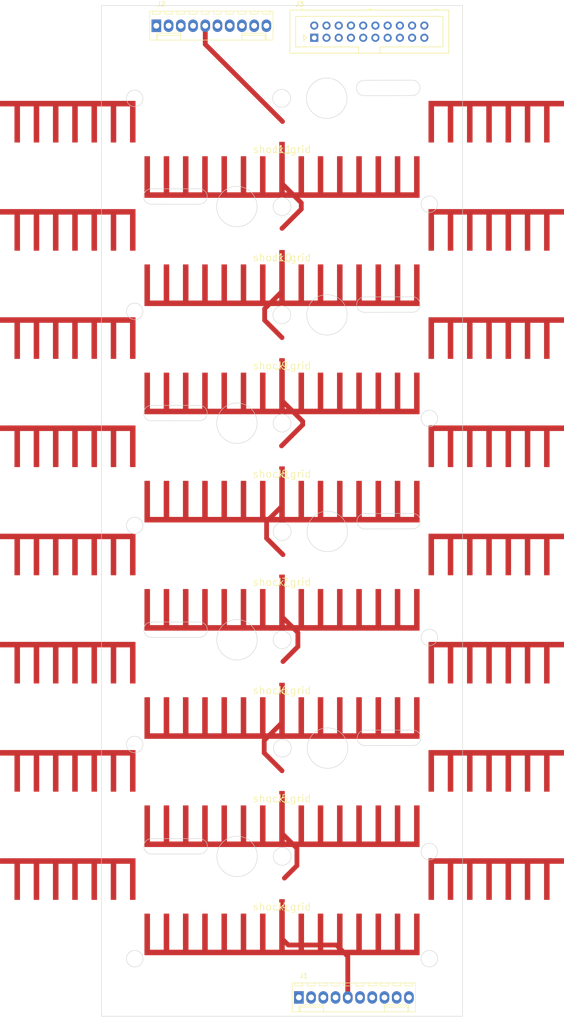
<source format=kicad_pcb>
(kicad_pcb (version 20170922) (host pcbnew no-vcs-found-6300041~61~ubuntu16.04.1)

  (general
    (thickness 1.6)
    (drawings 62)
    (tracks 35)
    (zones 0)
    (modules 11)
    (nets 23)
  )

  (page A4)
  (layers
    (0 F.Cu signal)
    (31 B.Cu signal)
    (32 B.Adhes user)
    (33 F.Adhes user)
    (34 B.Paste user)
    (35 F.Paste user)
    (36 B.SilkS user)
    (37 F.SilkS user)
    (38 B.Mask user)
    (39 F.Mask user)
    (40 Dwgs.User user)
    (41 Cmts.User user)
    (42 Eco1.User user)
    (43 Eco2.User user)
    (44 Edge.Cuts user)
    (45 Margin user)
    (46 B.CrtYd user)
    (47 F.CrtYd user)
    (48 B.Fab user)
    (49 F.Fab user)
  )

  (setup
    (last_trace_width 0.25)
    (user_trace_width 0.25)
    (user_trace_width 0.5)
    (user_trace_width 0.75)
    (user_trace_width 1)
    (trace_clearance 0.2)
    (zone_clearance 0.508)
    (zone_45_only no)
    (trace_min 0.2)
    (segment_width 0.2)
    (edge_width 0.15)
    (via_size 0.8)
    (via_drill 0.4)
    (via_min_size 0.4)
    (via_min_drill 0.3)
    (uvia_size 0.3)
    (uvia_drill 0.1)
    (uvias_allowed no)
    (uvia_min_size 0.2)
    (uvia_min_drill 0.1)
    (pcb_text_width 0.3)
    (pcb_text_size 1.5 1.5)
    (mod_edge_width 0.15)
    (mod_text_size 1 1)
    (mod_text_width 0.15)
    (pad_size 1.524 1.524)
    (pad_drill 0.762)
    (pad_to_mask_clearance 0.2)
    (aux_axis_origin 0 0)
    (visible_elements FFFFFF7F)
    (pcbplotparams
      (layerselection 0x00030_ffffffff)
      (usegerberextensions false)
      (usegerberattributes true)
      (usegerberadvancedattributes true)
      (creategerberjobfile true)
      (excludeedgelayer true)
      (linewidth 0.100000)
      (plotframeref false)
      (viasonmask false)
      (mode 1)
      (useauxorigin false)
      (hpglpennumber 1)
      (hpglpenspeed 20)
      (hpglpendiameter 15)
      (psnegative false)
      (psa4output false)
      (plotreference true)
      (plotvalue true)
      (plotinvisibletext false)
      (padsonsilk false)
      (subtractmaskfromsilk false)
      (outputformat 1)
      (mirror false)
      (drillshape 1)
      (scaleselection 1)
      (outputdirectory ""))
  )

  (net 0 "")
  (net 1 "Net-(J1-Pad10)")
  (net 2 "Net-(J1-Pad9)")
  (net 3 "Net-(J1-Pad8)")
  (net 4 "Net-(J1-Pad7)")
  (net 5 "Net-(J1-Pad6)")
  (net 6 "Net-(J1-Pad5)")
  (net 7 "Net-(J1-Pad4)")
  (net 8 "Net-(J1-Pad3)")
  (net 9 "Net-(J1-Pad2)")
  (net 10 "Net-(J1-Pad1)")
  (net 11 "Net-(J2-Pad1)")
  (net 12 "Net-(J2-Pad2)")
  (net 13 "Net-(J10-Pad1)")
  (net 14 "Net-(J11-Pad1)")
  (net 15 "Net-(J2-Pad6)")
  (net 16 "Net-(J2-Pad7)")
  (net 17 "Net-(J10-Pad2)")
  (net 18 "Net-(J11-Pad2)")
  (net 19 "Net-(J2-Pad10)")
  (net 20 "Net-(J3-Pad20)")
  (net 21 "Net-(J3-Pad11)")
  (net 22 "Net-(J3-Pad10)")

  (net_class Default "This is the default net class."
    (clearance 0.2)
    (trace_width 0.25)
    (via_dia 0.8)
    (via_drill 0.4)
    (uvia_dia 0.3)
    (uvia_drill 0.1)
    (add_net "Net-(J1-Pad1)")
    (add_net "Net-(J1-Pad10)")
    (add_net "Net-(J1-Pad2)")
    (add_net "Net-(J1-Pad3)")
    (add_net "Net-(J1-Pad4)")
    (add_net "Net-(J1-Pad5)")
    (add_net "Net-(J1-Pad6)")
    (add_net "Net-(J1-Pad7)")
    (add_net "Net-(J1-Pad8)")
    (add_net "Net-(J1-Pad9)")
    (add_net "Net-(J10-Pad1)")
    (add_net "Net-(J10-Pad2)")
    (add_net "Net-(J11-Pad1)")
    (add_net "Net-(J11-Pad2)")
    (add_net "Net-(J2-Pad1)")
    (add_net "Net-(J2-Pad10)")
    (add_net "Net-(J2-Pad2)")
    (add_net "Net-(J2-Pad6)")
    (add_net "Net-(J2-Pad7)")
    (add_net "Net-(J3-Pad10)")
    (add_net "Net-(J3-Pad11)")
    (add_net "Net-(J3-Pad20)")
  )

  (module Connectors_Molex:Molex_KK-6410-10_10x2.54mm_Straight (layer F.Cu) (tedit 58EE6EF2) (tstamp 59F87EFC)
    (at 128.5 212.6)
    (descr "Connector Headers with Friction Lock, 22-27-2101, http://www.molex.com/pdm_docs/sd/022272021_sd.pdf")
    (tags "connector molex kk_6410 22-27-2101")
    (path /59F76D5B)
    (fp_text reference J1 (at 1 -4.5) (layer F.SilkS)
      (effects (font (size 1 1) (thickness 0.15)))
    )
    (fp_text value Conn_01x10_Male (at 11.43 4.5) (layer F.Fab)
      (effects (font (size 1 1) (thickness 0.15)))
    )
    (fp_line (start -1.47 -3.12) (end -1.47 3.08) (layer F.Fab) (width 0.12))
    (fp_line (start -1.47 3.08) (end 24.33 3.08) (layer F.Fab) (width 0.12))
    (fp_line (start 24.33 3.08) (end 24.33 -3.12) (layer F.Fab) (width 0.12))
    (fp_line (start 24.33 -3.12) (end -1.47 -3.12) (layer F.Fab) (width 0.12))
    (fp_line (start -1.37 -3.02) (end -1.37 2.98) (layer F.SilkS) (width 0.12))
    (fp_line (start -1.37 2.98) (end 24.23 2.98) (layer F.SilkS) (width 0.12))
    (fp_line (start 24.23 2.98) (end 24.23 -3.02) (layer F.SilkS) (width 0.12))
    (fp_line (start 24.23 -3.02) (end -1.37 -3.02) (layer F.SilkS) (width 0.12))
    (fp_line (start 0 2.98) (end 0 1.98) (layer F.SilkS) (width 0.12))
    (fp_line (start 0 1.98) (end 5.08 1.98) (layer F.SilkS) (width 0.12))
    (fp_line (start 5.08 1.98) (end 5.08 2.98) (layer F.SilkS) (width 0.12))
    (fp_line (start 0 1.98) (end 0.25 1.55) (layer F.SilkS) (width 0.12))
    (fp_line (start 0.25 1.55) (end 5.08 1.55) (layer F.SilkS) (width 0.12))
    (fp_line (start 5.08 1.55) (end 5.08 1.98) (layer F.SilkS) (width 0.12))
    (fp_line (start 0.25 2.98) (end 0.25 1.98) (layer F.SilkS) (width 0.12))
    (fp_line (start 22.86 2.98) (end 22.86 1.98) (layer F.SilkS) (width 0.12))
    (fp_line (start 22.86 1.98) (end 17.78 1.98) (layer F.SilkS) (width 0.12))
    (fp_line (start 17.78 1.98) (end 17.78 2.98) (layer F.SilkS) (width 0.12))
    (fp_line (start 22.86 1.98) (end 22.61 1.55) (layer F.SilkS) (width 0.12))
    (fp_line (start 22.61 1.55) (end 17.78 1.55) (layer F.SilkS) (width 0.12))
    (fp_line (start 17.78 1.55) (end 17.78 1.98) (layer F.SilkS) (width 0.12))
    (fp_line (start 22.61 2.98) (end 22.61 1.98) (layer F.SilkS) (width 0.12))
    (fp_line (start -0.8 -3.02) (end -0.8 -2.4) (layer F.SilkS) (width 0.12))
    (fp_line (start -0.8 -2.4) (end 0.8 -2.4) (layer F.SilkS) (width 0.12))
    (fp_line (start 0.8 -2.4) (end 0.8 -3.02) (layer F.SilkS) (width 0.12))
    (fp_line (start 1.74 -3.02) (end 1.74 -2.4) (layer F.SilkS) (width 0.12))
    (fp_line (start 1.74 -2.4) (end 3.34 -2.4) (layer F.SilkS) (width 0.12))
    (fp_line (start 3.34 -2.4) (end 3.34 -3.02) (layer F.SilkS) (width 0.12))
    (fp_line (start 4.28 -3.02) (end 4.28 -2.4) (layer F.SilkS) (width 0.12))
    (fp_line (start 4.28 -2.4) (end 5.88 -2.4) (layer F.SilkS) (width 0.12))
    (fp_line (start 5.88 -2.4) (end 5.88 -3.02) (layer F.SilkS) (width 0.12))
    (fp_line (start 6.82 -3.02) (end 6.82 -2.4) (layer F.SilkS) (width 0.12))
    (fp_line (start 6.82 -2.4) (end 8.42 -2.4) (layer F.SilkS) (width 0.12))
    (fp_line (start 8.42 -2.4) (end 8.42 -3.02) (layer F.SilkS) (width 0.12))
    (fp_line (start 9.36 -3.02) (end 9.36 -2.4) (layer F.SilkS) (width 0.12))
    (fp_line (start 9.36 -2.4) (end 10.96 -2.4) (layer F.SilkS) (width 0.12))
    (fp_line (start 10.96 -2.4) (end 10.96 -3.02) (layer F.SilkS) (width 0.12))
    (fp_line (start 11.9 -3.02) (end 11.9 -2.4) (layer F.SilkS) (width 0.12))
    (fp_line (start 11.9 -2.4) (end 13.5 -2.4) (layer F.SilkS) (width 0.12))
    (fp_line (start 13.5 -2.4) (end 13.5 -3.02) (layer F.SilkS) (width 0.12))
    (fp_line (start 14.44 -3.02) (end 14.44 -2.4) (layer F.SilkS) (width 0.12))
    (fp_line (start 14.44 -2.4) (end 16.04 -2.4) (layer F.SilkS) (width 0.12))
    (fp_line (start 16.04 -2.4) (end 16.04 -3.02) (layer F.SilkS) (width 0.12))
    (fp_line (start 16.98 -3.02) (end 16.98 -2.4) (layer F.SilkS) (width 0.12))
    (fp_line (start 16.98 -2.4) (end 18.58 -2.4) (layer F.SilkS) (width 0.12))
    (fp_line (start 18.58 -2.4) (end 18.58 -3.02) (layer F.SilkS) (width 0.12))
    (fp_line (start 19.52 -3.02) (end 19.52 -2.4) (layer F.SilkS) (width 0.12))
    (fp_line (start 19.52 -2.4) (end 21.12 -2.4) (layer F.SilkS) (width 0.12))
    (fp_line (start 21.12 -2.4) (end 21.12 -3.02) (layer F.SilkS) (width 0.12))
    (fp_line (start 22.06 -3.02) (end 22.06 -2.4) (layer F.SilkS) (width 0.12))
    (fp_line (start 22.06 -2.4) (end 23.66 -2.4) (layer F.SilkS) (width 0.12))
    (fp_line (start 23.66 -2.4) (end 23.66 -3.02) (layer F.SilkS) (width 0.12))
    (fp_line (start -1.9 3.5) (end -1.9 -3.55) (layer F.CrtYd) (width 0.05))
    (fp_line (start -1.9 -3.55) (end 24.75 -3.55) (layer F.CrtYd) (width 0.05))
    (fp_line (start 24.75 -3.55) (end 24.75 3.5) (layer F.CrtYd) (width 0.05))
    (fp_line (start 24.75 3.5) (end -1.9 3.5) (layer F.CrtYd) (width 0.05))
    (fp_text user %R (at 11.43 0) (layer F.Fab)
      (effects (font (size 1 1) (thickness 0.15)))
    )
    (pad 1 thru_hole rect (at 0 0) (size 2 2.6) (drill 1.2) (layers *.Cu *.Mask)
      (net 10 "Net-(J1-Pad1)"))
    (pad 2 thru_hole oval (at 2.54 0) (size 2 2.6) (drill 1.2) (layers *.Cu *.Mask)
      (net 9 "Net-(J1-Pad2)"))
    (pad 3 thru_hole oval (at 5.08 0) (size 2 2.6) (drill 1.2) (layers *.Cu *.Mask)
      (net 8 "Net-(J1-Pad3)"))
    (pad 4 thru_hole oval (at 7.62 0) (size 2 2.6) (drill 1.2) (layers *.Cu *.Mask)
      (net 7 "Net-(J1-Pad4)"))
    (pad 5 thru_hole oval (at 10.16 0) (size 2 2.6) (drill 1.2) (layers *.Cu *.Mask)
      (net 6 "Net-(J1-Pad5)"))
    (pad 6 thru_hole oval (at 12.7 0) (size 2 2.6) (drill 1.2) (layers *.Cu *.Mask)
      (net 5 "Net-(J1-Pad6)"))
    (pad 7 thru_hole oval (at 15.24 0) (size 2 2.6) (drill 1.2) (layers *.Cu *.Mask)
      (net 4 "Net-(J1-Pad7)"))
    (pad 8 thru_hole oval (at 17.78 0) (size 2 2.6) (drill 1.2) (layers *.Cu *.Mask)
      (net 3 "Net-(J1-Pad8)"))
    (pad 9 thru_hole oval (at 20.32 0) (size 2 2.6) (drill 1.2) (layers *.Cu *.Mask)
      (net 2 "Net-(J1-Pad9)"))
    (pad 10 thru_hole oval (at 22.86 0) (size 2 2.6) (drill 1.2) (layers *.Cu *.Mask)
      (net 1 "Net-(J1-Pad10)"))
    (model ${KISYS3DMOD}/Connectors_Molex.3dshapes/Molex_KK-6410-10_10x2.54mm_Straight.wrl
      (at (xyz 0 0 0))
      (scale (xyz 1 1 1))
      (rotate (xyz 0 0 0))
    )
  )

  (module Connectors_Molex:Molex_KK-6410-10_10x2.54mm_Straight (layer F.Cu) (tedit 58EE6EF2) (tstamp 59F87F43)
    (at 98.9 10.7)
    (descr "Connector Headers with Friction Lock, 22-27-2101, http://www.molex.com/pdm_docs/sd/022272021_sd.pdf")
    (tags "connector molex kk_6410 22-27-2101")
    (path /59F76DF3)
    (fp_text reference J2 (at 1 -4.5) (layer F.SilkS)
      (effects (font (size 1 1) (thickness 0.15)))
    )
    (fp_text value Conn_01x10_Male (at 11.43 4.5) (layer F.Fab)
      (effects (font (size 1 1) (thickness 0.15)))
    )
    (fp_text user %R (at 11.43 0) (layer F.Fab)
      (effects (font (size 1 1) (thickness 0.15)))
    )
    (fp_line (start 24.75 3.5) (end -1.9 3.5) (layer F.CrtYd) (width 0.05))
    (fp_line (start 24.75 -3.55) (end 24.75 3.5) (layer F.CrtYd) (width 0.05))
    (fp_line (start -1.9 -3.55) (end 24.75 -3.55) (layer F.CrtYd) (width 0.05))
    (fp_line (start -1.9 3.5) (end -1.9 -3.55) (layer F.CrtYd) (width 0.05))
    (fp_line (start 23.66 -2.4) (end 23.66 -3.02) (layer F.SilkS) (width 0.12))
    (fp_line (start 22.06 -2.4) (end 23.66 -2.4) (layer F.SilkS) (width 0.12))
    (fp_line (start 22.06 -3.02) (end 22.06 -2.4) (layer F.SilkS) (width 0.12))
    (fp_line (start 21.12 -2.4) (end 21.12 -3.02) (layer F.SilkS) (width 0.12))
    (fp_line (start 19.52 -2.4) (end 21.12 -2.4) (layer F.SilkS) (width 0.12))
    (fp_line (start 19.52 -3.02) (end 19.52 -2.4) (layer F.SilkS) (width 0.12))
    (fp_line (start 18.58 -2.4) (end 18.58 -3.02) (layer F.SilkS) (width 0.12))
    (fp_line (start 16.98 -2.4) (end 18.58 -2.4) (layer F.SilkS) (width 0.12))
    (fp_line (start 16.98 -3.02) (end 16.98 -2.4) (layer F.SilkS) (width 0.12))
    (fp_line (start 16.04 -2.4) (end 16.04 -3.02) (layer F.SilkS) (width 0.12))
    (fp_line (start 14.44 -2.4) (end 16.04 -2.4) (layer F.SilkS) (width 0.12))
    (fp_line (start 14.44 -3.02) (end 14.44 -2.4) (layer F.SilkS) (width 0.12))
    (fp_line (start 13.5 -2.4) (end 13.5 -3.02) (layer F.SilkS) (width 0.12))
    (fp_line (start 11.9 -2.4) (end 13.5 -2.4) (layer F.SilkS) (width 0.12))
    (fp_line (start 11.9 -3.02) (end 11.9 -2.4) (layer F.SilkS) (width 0.12))
    (fp_line (start 10.96 -2.4) (end 10.96 -3.02) (layer F.SilkS) (width 0.12))
    (fp_line (start 9.36 -2.4) (end 10.96 -2.4) (layer F.SilkS) (width 0.12))
    (fp_line (start 9.36 -3.02) (end 9.36 -2.4) (layer F.SilkS) (width 0.12))
    (fp_line (start 8.42 -2.4) (end 8.42 -3.02) (layer F.SilkS) (width 0.12))
    (fp_line (start 6.82 -2.4) (end 8.42 -2.4) (layer F.SilkS) (width 0.12))
    (fp_line (start 6.82 -3.02) (end 6.82 -2.4) (layer F.SilkS) (width 0.12))
    (fp_line (start 5.88 -2.4) (end 5.88 -3.02) (layer F.SilkS) (width 0.12))
    (fp_line (start 4.28 -2.4) (end 5.88 -2.4) (layer F.SilkS) (width 0.12))
    (fp_line (start 4.28 -3.02) (end 4.28 -2.4) (layer F.SilkS) (width 0.12))
    (fp_line (start 3.34 -2.4) (end 3.34 -3.02) (layer F.SilkS) (width 0.12))
    (fp_line (start 1.74 -2.4) (end 3.34 -2.4) (layer F.SilkS) (width 0.12))
    (fp_line (start 1.74 -3.02) (end 1.74 -2.4) (layer F.SilkS) (width 0.12))
    (fp_line (start 0.8 -2.4) (end 0.8 -3.02) (layer F.SilkS) (width 0.12))
    (fp_line (start -0.8 -2.4) (end 0.8 -2.4) (layer F.SilkS) (width 0.12))
    (fp_line (start -0.8 -3.02) (end -0.8 -2.4) (layer F.SilkS) (width 0.12))
    (fp_line (start 22.61 2.98) (end 22.61 1.98) (layer F.SilkS) (width 0.12))
    (fp_line (start 17.78 1.55) (end 17.78 1.98) (layer F.SilkS) (width 0.12))
    (fp_line (start 22.61 1.55) (end 17.78 1.55) (layer F.SilkS) (width 0.12))
    (fp_line (start 22.86 1.98) (end 22.61 1.55) (layer F.SilkS) (width 0.12))
    (fp_line (start 17.78 1.98) (end 17.78 2.98) (layer F.SilkS) (width 0.12))
    (fp_line (start 22.86 1.98) (end 17.78 1.98) (layer F.SilkS) (width 0.12))
    (fp_line (start 22.86 2.98) (end 22.86 1.98) (layer F.SilkS) (width 0.12))
    (fp_line (start 0.25 2.98) (end 0.25 1.98) (layer F.SilkS) (width 0.12))
    (fp_line (start 5.08 1.55) (end 5.08 1.98) (layer F.SilkS) (width 0.12))
    (fp_line (start 0.25 1.55) (end 5.08 1.55) (layer F.SilkS) (width 0.12))
    (fp_line (start 0 1.98) (end 0.25 1.55) (layer F.SilkS) (width 0.12))
    (fp_line (start 5.08 1.98) (end 5.08 2.98) (layer F.SilkS) (width 0.12))
    (fp_line (start 0 1.98) (end 5.08 1.98) (layer F.SilkS) (width 0.12))
    (fp_line (start 0 2.98) (end 0 1.98) (layer F.SilkS) (width 0.12))
    (fp_line (start 24.23 -3.02) (end -1.37 -3.02) (layer F.SilkS) (width 0.12))
    (fp_line (start 24.23 2.98) (end 24.23 -3.02) (layer F.SilkS) (width 0.12))
    (fp_line (start -1.37 2.98) (end 24.23 2.98) (layer F.SilkS) (width 0.12))
    (fp_line (start -1.37 -3.02) (end -1.37 2.98) (layer F.SilkS) (width 0.12))
    (fp_line (start 24.33 -3.12) (end -1.47 -3.12) (layer F.Fab) (width 0.12))
    (fp_line (start 24.33 3.08) (end 24.33 -3.12) (layer F.Fab) (width 0.12))
    (fp_line (start -1.47 3.08) (end 24.33 3.08) (layer F.Fab) (width 0.12))
    (fp_line (start -1.47 -3.12) (end -1.47 3.08) (layer F.Fab) (width 0.12))
    (pad 10 thru_hole oval (at 22.86 0) (size 2 2.6) (drill 1.2) (layers *.Cu *.Mask)
      (net 19 "Net-(J2-Pad10)"))
    (pad 9 thru_hole oval (at 20.32 0) (size 2 2.6) (drill 1.2) (layers *.Cu *.Mask)
      (net 14 "Net-(J11-Pad1)"))
    (pad 8 thru_hole oval (at 17.78 0) (size 2 2.6) (drill 1.2) (layers *.Cu *.Mask)
      (net 13 "Net-(J10-Pad1)"))
    (pad 7 thru_hole oval (at 15.24 0) (size 2 2.6) (drill 1.2) (layers *.Cu *.Mask)
      (net 16 "Net-(J2-Pad7)"))
    (pad 6 thru_hole oval (at 12.7 0) (size 2 2.6) (drill 1.2) (layers *.Cu *.Mask)
      (net 15 "Net-(J2-Pad6)"))
    (pad 5 thru_hole oval (at 10.16 0) (size 2 2.6) (drill 1.2) (layers *.Cu *.Mask)
      (net 6 "Net-(J1-Pad5)"))
    (pad 4 thru_hole oval (at 7.62 0) (size 2 2.6) (drill 1.2) (layers *.Cu *.Mask)
      (net 18 "Net-(J11-Pad2)"))
    (pad 3 thru_hole oval (at 5.08 0) (size 2 2.6) (drill 1.2) (layers *.Cu *.Mask)
      (net 17 "Net-(J10-Pad2)"))
    (pad 2 thru_hole oval (at 2.54 0) (size 2 2.6) (drill 1.2) (layers *.Cu *.Mask)
      (net 12 "Net-(J2-Pad2)"))
    (pad 1 thru_hole rect (at 0 0) (size 2 2.6) (drill 1.2) (layers *.Cu *.Mask)
      (net 11 "Net-(J2-Pad1)"))
    (model ${KISYS3DMOD}/Connectors_Molex.3dshapes/Molex_KK-6410-10_10x2.54mm_Straight.wrl
      (at (xyz 0 0 0))
      (scale (xyz 1 1 1))
      (rotate (xyz 0 0 0))
    )
  )

  (module Connectors_Multicomp:Multicomp_MC9A12-2034_2x10x2.54mm_Straight (layer F.Cu) (tedit 56C61E6B) (tstamp 59F87F79)
    (at 131.7 13.2)
    (descr http://www.farnell.com/datasheets/1520732.pdf)
    (tags "connector multicomp MC9A MC9A12")
    (path /59F76C47)
    (fp_text reference J3 (at -3 -7) (layer F.SilkS)
      (effects (font (size 1 1) (thickness 0.15)))
    )
    (fp_text value Conn_02x10_Top_Bottom (at 11.43 5) (layer F.Fab)
      (effects (font (size 1 1) (thickness 0.15)))
    )
    (fp_line (start -5.07 3.2) (end -5.07 -5.74) (layer F.SilkS) (width 0.15))
    (fp_line (start -5.07 -5.74) (end 27.93 -5.74) (layer F.SilkS) (width 0.15))
    (fp_line (start 27.93 -5.74) (end 27.93 3.2) (layer F.SilkS) (width 0.15))
    (fp_line (start 27.93 3.2) (end -5.07 3.2) (layer F.SilkS) (width 0.15))
    (fp_line (start 9.205 3.2) (end 9.205 1.9) (layer F.SilkS) (width 0.15))
    (fp_line (start 9.205 1.9) (end -3.87 1.9) (layer F.SilkS) (width 0.15))
    (fp_line (start -3.87 1.9) (end -3.87 -4.44) (layer F.SilkS) (width 0.15))
    (fp_line (start -3.87 -4.44) (end 26.73 -4.44) (layer F.SilkS) (width 0.15))
    (fp_line (start 26.73 -4.44) (end 26.73 1.9) (layer F.SilkS) (width 0.15))
    (fp_line (start 26.73 1.9) (end 13.655 1.9) (layer F.SilkS) (width 0.15))
    (fp_line (start 13.655 1.9) (end 13.655 3.2) (layer F.SilkS) (width 0.15))
    (fp_line (start 11.18 -5.74) (end 11.18 -5.94) (layer F.SilkS) (width 0.15))
    (fp_line (start 11.18 -5.94) (end 11.68 -5.94) (layer F.SilkS) (width 0.15))
    (fp_line (start 11.68 -5.94) (end 11.68 -5.74) (layer F.SilkS) (width 0.15))
    (fp_line (start 11.18 -5.84) (end 11.68 -5.84) (layer F.SilkS) (width 0.15))
    (fp_line (start 25.01 -5.74) (end 25.01 -5.94) (layer F.SilkS) (width 0.15))
    (fp_line (start 25.01 -5.94) (end 25.51 -5.94) (layer F.SilkS) (width 0.15))
    (fp_line (start 25.51 -5.94) (end 25.51 -5.74) (layer F.SilkS) (width 0.15))
    (fp_line (start 25.01 -5.84) (end 25.51 -5.84) (layer F.SilkS) (width 0.15))
    (fp_line (start -2.65 -5.74) (end -2.65 -5.94) (layer F.SilkS) (width 0.15))
    (fp_line (start -2.65 -5.94) (end -2.15 -5.94) (layer F.SilkS) (width 0.15))
    (fp_line (start -2.15 -5.94) (end -2.15 -5.74) (layer F.SilkS) (width 0.15))
    (fp_line (start -2.65 -5.84) (end -2.15 -5.84) (layer F.SilkS) (width 0.15))
    (fp_line (start -2.2 0.6) (end -2.2 -0.6) (layer F.SilkS) (width 0.15))
    (fp_line (start -2.2 -0.6) (end -1.6 0) (layer F.SilkS) (width 0.15))
    (fp_line (start -1.6 0) (end -2.2 0.6) (layer F.SilkS) (width 0.15))
    (fp_line (start -5.55 3.7) (end -5.55 -6.25) (layer F.CrtYd) (width 0.05))
    (fp_line (start -5.55 -6.25) (end 28.45 -6.25) (layer F.CrtYd) (width 0.05))
    (fp_line (start 28.45 -6.25) (end 28.45 3.7) (layer F.CrtYd) (width 0.05))
    (fp_line (start 28.45 3.7) (end -5.55 3.7) (layer F.CrtYd) (width 0.05))
    (pad 1 thru_hole rect (at 0 0) (size 1.7 1.7) (drill 1) (layers *.Cu *.Mask)
      (net 6 "Net-(J1-Pad5)"))
    (pad 2 thru_hole circle (at 0 -2.54) (size 1.7 1.7) (drill 1) (layers *.Cu *.Mask)
      (net 5 "Net-(J1-Pad6)"))
    (pad 3 thru_hole circle (at 2.54 0) (size 1.7 1.7) (drill 1) (layers *.Cu *.Mask)
      (net 4 "Net-(J1-Pad7)"))
    (pad 4 thru_hole circle (at 2.54 -2.54) (size 1.7 1.7) (drill 1) (layers *.Cu *.Mask)
      (net 3 "Net-(J1-Pad8)"))
    (pad 5 thru_hole circle (at 5.08 0) (size 1.7 1.7) (drill 1) (layers *.Cu *.Mask)
      (net 2 "Net-(J1-Pad9)"))
    (pad 6 thru_hole circle (at 5.08 -2.54) (size 1.7 1.7) (drill 1) (layers *.Cu *.Mask)
      (net 15 "Net-(J2-Pad6)"))
    (pad 7 thru_hole circle (at 7.62 0) (size 1.7 1.7) (drill 1) (layers *.Cu *.Mask)
      (net 16 "Net-(J2-Pad7)"))
    (pad 8 thru_hole circle (at 7.62 -2.54) (size 1.7 1.7) (drill 1) (layers *.Cu *.Mask)
      (net 13 "Net-(J10-Pad1)"))
    (pad 9 thru_hole circle (at 10.16 0) (size 1.7 1.7) (drill 1) (layers *.Cu *.Mask)
      (net 14 "Net-(J11-Pad1)"))
    (pad 10 thru_hole circle (at 10.16 -2.54) (size 1.7 1.7) (drill 1) (layers *.Cu *.Mask)
      (net 22 "Net-(J3-Pad10)"))
    (pad 11 thru_hole circle (at 12.7 0) (size 1.7 1.7) (drill 1) (layers *.Cu *.Mask)
      (net 21 "Net-(J3-Pad11)"))
    (pad 12 thru_hole circle (at 12.7 -2.54) (size 1.7 1.7) (drill 1) (layers *.Cu *.Mask)
      (net 10 "Net-(J1-Pad1)"))
    (pad 13 thru_hole circle (at 15.24 0) (size 1.7 1.7) (drill 1) (layers *.Cu *.Mask)
      (net 9 "Net-(J1-Pad2)"))
    (pad 14 thru_hole circle (at 15.24 -2.54) (size 1.7 1.7) (drill 1) (layers *.Cu *.Mask)
      (net 8 "Net-(J1-Pad3)"))
    (pad 15 thru_hole circle (at 17.78 0) (size 1.7 1.7) (drill 1) (layers *.Cu *.Mask)
      (net 7 "Net-(J1-Pad4)"))
    (pad 16 thru_hole circle (at 17.78 -2.54) (size 1.7 1.7) (drill 1) (layers *.Cu *.Mask)
      (net 11 "Net-(J2-Pad1)"))
    (pad 17 thru_hole circle (at 20.32 0) (size 1.7 1.7) (drill 1) (layers *.Cu *.Mask)
      (net 12 "Net-(J2-Pad2)"))
    (pad 18 thru_hole circle (at 20.32 -2.54) (size 1.7 1.7) (drill 1) (layers *.Cu *.Mask)
      (net 17 "Net-(J10-Pad2)"))
    (pad 19 thru_hole circle (at 22.86 0) (size 1.7 1.7) (drill 1) (layers *.Cu *.Mask)
      (net 18 "Net-(J11-Pad2)"))
    (pad 20 thru_hole circle (at 22.86 -2.54) (size 1.7 1.7) (drill 1) (layers *.Cu *.Mask)
      (net 20 "Net-(J3-Pad20)"))
  )

  (module footprints:electrode (layer F.Cu) (tedit 0) (tstamp 59F79A4B)
    (at 125 193.75)
    (descr "Electrodes for shocking either side of one behavior chamber, for conditioning Drosophila to avoid odors paired with the shock.")
    (path /59F778B5)
    (fp_text reference J4 (at 0 0) (layer F.SilkS)
      (effects (font (thickness 0.15)))
    )
    (fp_text value shock_grid (at 0 0) (layer F.SilkS)
      (effects (font (thickness 0.15)))
    )
    (pad 0 smd custom (at 0 0) (size 0 0) (drill (offset 0 4.75)) (layers F.Cu F.Paste F.Mask)
      (net 6 "Net-(J1-Pad5)")
      (options (clearance outline) (anchor circle))
      (primitives
        (gr_poly (pts
           (xy -0.5 -6.25) (xy 0.5 -6.25) (xy 0.5 4.25) (xy 3.5 4.25) (xy 3.5 -3.25)
           (xy 4.5 -3.25) (xy 4.5 4.25) (xy 7.5 4.25) (xy 7.5 -3.25) (xy 8.5 -3.25)
           (xy 8.5 4.25) (xy 11.5 4.25) (xy 11.5 -3.25) (xy 12.5 -3.25) (xy 12.5 4.25)
           (xy 15.5 4.25) (xy 15.5 -3.25) (xy 16.5 -3.25) (xy 16.5 4.25) (xy 19.5 4.25)
           (xy 19.5 -3.25) (xy 20.5 -3.25) (xy 20.5 4.25) (xy 23.5 4.25) (xy 23.5 -3.25)
           (xy 24.5 -3.25) (xy 24.5 4.25) (xy 27.5 4.25) (xy 27.5 -3.25) (xy 28.5 -3.25)
           (xy 28.5 5.25) (xy 0.5 5.25) (xy -0.5 5.25) (xy -28.5 5.25) (xy -28.5 -3.25)
           (xy -27.5 -3.25) (xy -27.5 4.25) (xy -24.5 4.25) (xy -24.5 -3.25) (xy -23.5 -3.25)
           (xy -23.5 4.25) (xy -20.5 4.25) (xy -20.5 -3.25) (xy -19.5 -3.25) (xy -19.5 4.25)
           (xy -16.5 4.25) (xy -16.5 -3.25) (xy -15.5 -3.25) (xy -15.5 4.25) (xy -12.5 4.25)
           (xy -12.5 -3.25) (xy -11.5 -3.25) (xy -11.5 4.25) (xy -8.5 4.25) (xy -8.5 -3.25)
           (xy -7.5 -3.25) (xy -7.5 4.25) (xy -4.5 4.25) (xy -4.5 -3.25) (xy -3.5 -3.25)
           (xy -3.5 4.25) (xy -0.5 4.25) (xy -0.5 -6.25) (xy 0.5 -6.25)) (width 0.15))
      ))
    (pad 1 smd custom (at 0 0) (size 0 0) (drill (offset 29 -4.75)) (layers F.Cu F.Paste F.Mask)
      (net 5 "Net-(J1-Pad6)")
      (options (clearance outline) (anchor circle))
      (primitives
        (gr_poly (pts
           (xy 1.5 -5.25) (xy 1.5 3.25) (xy 2.5 3.25) (xy 2.5 -4.25) (xy 5.5 -4.25)
           (xy 5.5 3.25) (xy 6.5 3.25) (xy 6.5 -4.25) (xy 9.5 -4.25) (xy 9.5 3.25)
           (xy 10.5 3.25) (xy 10.5 -4.25) (xy 13.5 -4.25) (xy 13.5 3.25) (xy 14.5 3.25)
           (xy 14.5 -4.25) (xy 17.5 -4.25) (xy 17.5 3.25) (xy 18.5 3.25) (xy 18.5 -4.25)
           (xy 21.5 -4.25) (xy 21.5 3.25) (xy 22.5 3.25) (xy 22.5 -4.25) (xy 25.5 -4.25)
           (xy 25.5 3.25) (xy 26.5 3.25) (xy 26.5 -4.25) (xy 29.5 -4.25) (xy 29.5 -5.25)
           (xy 1.5 -5.25)) (width 0.15))
      ))
    (pad 2 smd custom (at 0 0) (size 0 0) (drill (offset -29 -4.75)) (layers F.Cu F.Paste F.Mask)
      (net 10 "Net-(J1-Pad1)")
      (options (clearance outline) (anchor circle))
      (primitives
        (gr_poly (pts
           (xy -1.5 -5.25) (xy -1.5 3.25) (xy -2.5 3.25) (xy -2.5 -4.25) (xy -5.5 -4.25)
           (xy -5.5 3.25) (xy -6.5 3.25) (xy -6.5 -4.25) (xy -9.5 -4.25) (xy -9.5 3.25)
           (xy -10.5 3.25) (xy -10.5 -4.25) (xy -13.5 -4.25) (xy -13.5 3.25) (xy -14.5 3.25)
           (xy -14.5 -4.25) (xy -17.5 -4.25) (xy -17.5 3.25) (xy -18.5 3.25) (xy -18.5 -4.25)
           (xy -21.5 -4.25) (xy -21.5 3.25) (xy -22.5 3.25) (xy -22.5 -4.25) (xy -25.5 -4.25)
           (xy -25.5 3.25) (xy -26.5 3.25) (xy -26.5 -4.25) (xy -29.5 -4.25) (xy -29.5 -5.25)
           (xy -1.5 -5.25)) (width 0.15))
      ))
  )

  (module footprints:electrode (layer F.Cu) (tedit 0) (tstamp 59F79A52)
    (at 125 171.2694)
    (descr "Electrodes for shocking either side of one behavior chamber, for conditioning Drosophila to avoid odors paired with the shock.")
    (path /59F779C5)
    (fp_text reference J5 (at 0 0) (layer F.SilkS)
      (effects (font (thickness 0.15)))
    )
    (fp_text value shock_grid (at 0 0) (layer F.SilkS)
      (effects (font (thickness 0.15)))
    )
    (pad 2 smd custom (at 0 0) (size 0 0) (drill (offset -29 -4.75)) (layers F.Cu F.Paste F.Mask)
      (net 9 "Net-(J1-Pad2)")
      (options (clearance outline) (anchor circle))
      (primitives
        (gr_poly (pts
           (xy -1.5 -5.25) (xy -1.5 3.25) (xy -2.5 3.25) (xy -2.5 -4.25) (xy -5.5 -4.25)
           (xy -5.5 3.25) (xy -6.5 3.25) (xy -6.5 -4.25) (xy -9.5 -4.25) (xy -9.5 3.25)
           (xy -10.5 3.25) (xy -10.5 -4.25) (xy -13.5 -4.25) (xy -13.5 3.25) (xy -14.5 3.25)
           (xy -14.5 -4.25) (xy -17.5 -4.25) (xy -17.5 3.25) (xy -18.5 3.25) (xy -18.5 -4.25)
           (xy -21.5 -4.25) (xy -21.5 3.25) (xy -22.5 3.25) (xy -22.5 -4.25) (xy -25.5 -4.25)
           (xy -25.5 3.25) (xy -26.5 3.25) (xy -26.5 -4.25) (xy -29.5 -4.25) (xy -29.5 -5.25)
           (xy -1.5 -5.25)) (width 0.15))
      ))
    (pad 1 smd custom (at 0 0) (size 0 0) (drill (offset 29 -4.75)) (layers F.Cu F.Paste F.Mask)
      (net 4 "Net-(J1-Pad7)")
      (options (clearance outline) (anchor circle))
      (primitives
        (gr_poly (pts
           (xy 1.5 -5.25) (xy 1.5 3.25) (xy 2.5 3.25) (xy 2.5 -4.25) (xy 5.5 -4.25)
           (xy 5.5 3.25) (xy 6.5 3.25) (xy 6.5 -4.25) (xy 9.5 -4.25) (xy 9.5 3.25)
           (xy 10.5 3.25) (xy 10.5 -4.25) (xy 13.5 -4.25) (xy 13.5 3.25) (xy 14.5 3.25)
           (xy 14.5 -4.25) (xy 17.5 -4.25) (xy 17.5 3.25) (xy 18.5 3.25) (xy 18.5 -4.25)
           (xy 21.5 -4.25) (xy 21.5 3.25) (xy 22.5 3.25) (xy 22.5 -4.25) (xy 25.5 -4.25)
           (xy 25.5 3.25) (xy 26.5 3.25) (xy 26.5 -4.25) (xy 29.5 -4.25) (xy 29.5 -5.25)
           (xy 1.5 -5.25)) (width 0.15))
      ))
    (pad 0 smd custom (at 0 0) (size 0 0) (drill (offset 0 4.75)) (layers F.Cu F.Paste F.Mask)
      (net 6 "Net-(J1-Pad5)")
      (options (clearance outline) (anchor circle))
      (primitives
        (gr_poly (pts
           (xy -0.5 -6.25) (xy 0.5 -6.25) (xy 0.5 4.25) (xy 3.5 4.25) (xy 3.5 -3.25)
           (xy 4.5 -3.25) (xy 4.5 4.25) (xy 7.5 4.25) (xy 7.5 -3.25) (xy 8.5 -3.25)
           (xy 8.5 4.25) (xy 11.5 4.25) (xy 11.5 -3.25) (xy 12.5 -3.25) (xy 12.5 4.25)
           (xy 15.5 4.25) (xy 15.5 -3.25) (xy 16.5 -3.25) (xy 16.5 4.25) (xy 19.5 4.25)
           (xy 19.5 -3.25) (xy 20.5 -3.25) (xy 20.5 4.25) (xy 23.5 4.25) (xy 23.5 -3.25)
           (xy 24.5 -3.25) (xy 24.5 4.25) (xy 27.5 4.25) (xy 27.5 -3.25) (xy 28.5 -3.25)
           (xy 28.5 5.25) (xy 0.5 5.25) (xy -0.5 5.25) (xy -28.5 5.25) (xy -28.5 -3.25)
           (xy -27.5 -3.25) (xy -27.5 4.25) (xy -24.5 4.25) (xy -24.5 -3.25) (xy -23.5 -3.25)
           (xy -23.5 4.25) (xy -20.5 4.25) (xy -20.5 -3.25) (xy -19.5 -3.25) (xy -19.5 4.25)
           (xy -16.5 4.25) (xy -16.5 -3.25) (xy -15.5 -3.25) (xy -15.5 4.25) (xy -12.5 4.25)
           (xy -12.5 -3.25) (xy -11.5 -3.25) (xy -11.5 4.25) (xy -8.5 4.25) (xy -8.5 -3.25)
           (xy -7.5 -3.25) (xy -7.5 4.25) (xy -4.5 4.25) (xy -4.5 -3.25) (xy -3.5 -3.25)
           (xy -3.5 4.25) (xy -0.5 4.25) (xy -0.5 -6.25) (xy 0.5 -6.25)) (width 0.15))
      ))
  )

  (module footprints:electrode (layer F.Cu) (tedit 0) (tstamp 59F79A59)
    (at 125 148.7888)
    (descr "Electrodes for shocking either side of one behavior chamber, for conditioning Drosophila to avoid odors paired with the shock.")
    (path /59F77FF1)
    (fp_text reference J6 (at 0 0) (layer F.SilkS)
      (effects (font (thickness 0.15)))
    )
    (fp_text value shock_grid (at 0 0) (layer F.SilkS)
      (effects (font (thickness 0.15)))
    )
    (pad 0 smd custom (at 0 0) (size 0 0) (drill (offset 0 4.75)) (layers F.Cu F.Paste F.Mask)
      (net 6 "Net-(J1-Pad5)")
      (options (clearance outline) (anchor circle))
      (primitives
        (gr_poly (pts
           (xy -0.5 -6.25) (xy 0.5 -6.25) (xy 0.5 4.25) (xy 3.5 4.25) (xy 3.5 -3.25)
           (xy 4.5 -3.25) (xy 4.5 4.25) (xy 7.5 4.25) (xy 7.5 -3.25) (xy 8.5 -3.25)
           (xy 8.5 4.25) (xy 11.5 4.25) (xy 11.5 -3.25) (xy 12.5 -3.25) (xy 12.5 4.25)
           (xy 15.5 4.25) (xy 15.5 -3.25) (xy 16.5 -3.25) (xy 16.5 4.25) (xy 19.5 4.25)
           (xy 19.5 -3.25) (xy 20.5 -3.25) (xy 20.5 4.25) (xy 23.5 4.25) (xy 23.5 -3.25)
           (xy 24.5 -3.25) (xy 24.5 4.25) (xy 27.5 4.25) (xy 27.5 -3.25) (xy 28.5 -3.25)
           (xy 28.5 5.25) (xy 0.5 5.25) (xy -0.5 5.25) (xy -28.5 5.25) (xy -28.5 -3.25)
           (xy -27.5 -3.25) (xy -27.5 4.25) (xy -24.5 4.25) (xy -24.5 -3.25) (xy -23.5 -3.25)
           (xy -23.5 4.25) (xy -20.5 4.25) (xy -20.5 -3.25) (xy -19.5 -3.25) (xy -19.5 4.25)
           (xy -16.5 4.25) (xy -16.5 -3.25) (xy -15.5 -3.25) (xy -15.5 4.25) (xy -12.5 4.25)
           (xy -12.5 -3.25) (xy -11.5 -3.25) (xy -11.5 4.25) (xy -8.5 4.25) (xy -8.5 -3.25)
           (xy -7.5 -3.25) (xy -7.5 4.25) (xy -4.5 4.25) (xy -4.5 -3.25) (xy -3.5 -3.25)
           (xy -3.5 4.25) (xy -0.5 4.25) (xy -0.5 -6.25) (xy 0.5 -6.25)) (width 0.15))
      ))
    (pad 1 smd custom (at 0 0) (size 0 0) (drill (offset 29 -4.75)) (layers F.Cu F.Paste F.Mask)
      (net 3 "Net-(J1-Pad8)")
      (options (clearance outline) (anchor circle))
      (primitives
        (gr_poly (pts
           (xy 1.5 -5.25) (xy 1.5 3.25) (xy 2.5 3.25) (xy 2.5 -4.25) (xy 5.5 -4.25)
           (xy 5.5 3.25) (xy 6.5 3.25) (xy 6.5 -4.25) (xy 9.5 -4.25) (xy 9.5 3.25)
           (xy 10.5 3.25) (xy 10.5 -4.25) (xy 13.5 -4.25) (xy 13.5 3.25) (xy 14.5 3.25)
           (xy 14.5 -4.25) (xy 17.5 -4.25) (xy 17.5 3.25) (xy 18.5 3.25) (xy 18.5 -4.25)
           (xy 21.5 -4.25) (xy 21.5 3.25) (xy 22.5 3.25) (xy 22.5 -4.25) (xy 25.5 -4.25)
           (xy 25.5 3.25) (xy 26.5 3.25) (xy 26.5 -4.25) (xy 29.5 -4.25) (xy 29.5 -5.25)
           (xy 1.5 -5.25)) (width 0.15))
      ))
    (pad 2 smd custom (at 0 0) (size 0 0) (drill (offset -29 -4.75)) (layers F.Cu F.Paste F.Mask)
      (net 8 "Net-(J1-Pad3)")
      (options (clearance outline) (anchor circle))
      (primitives
        (gr_poly (pts
           (xy -1.5 -5.25) (xy -1.5 3.25) (xy -2.5 3.25) (xy -2.5 -4.25) (xy -5.5 -4.25)
           (xy -5.5 3.25) (xy -6.5 3.25) (xy -6.5 -4.25) (xy -9.5 -4.25) (xy -9.5 3.25)
           (xy -10.5 3.25) (xy -10.5 -4.25) (xy -13.5 -4.25) (xy -13.5 3.25) (xy -14.5 3.25)
           (xy -14.5 -4.25) (xy -17.5 -4.25) (xy -17.5 3.25) (xy -18.5 3.25) (xy -18.5 -4.25)
           (xy -21.5 -4.25) (xy -21.5 3.25) (xy -22.5 3.25) (xy -22.5 -4.25) (xy -25.5 -4.25)
           (xy -25.5 3.25) (xy -26.5 3.25) (xy -26.5 -4.25) (xy -29.5 -4.25) (xy -29.5 -5.25)
           (xy -1.5 -5.25)) (width 0.15))
      ))
  )

  (module footprints:electrode (layer F.Cu) (tedit 0) (tstamp 59F79A60)
    (at 125 126.3082)
    (descr "Electrodes for shocking either side of one behavior chamber, for conditioning Drosophila to avoid odors paired with the shock.")
    (path /59F78242)
    (fp_text reference J7 (at 0 0) (layer F.SilkS)
      (effects (font (thickness 0.15)))
    )
    (fp_text value shock_grid (at 0 0) (layer F.SilkS)
      (effects (font (thickness 0.15)))
    )
    (pad 0 smd custom (at 0 0) (size 0 0) (drill (offset 0 4.75)) (layers F.Cu F.Paste F.Mask)
      (net 6 "Net-(J1-Pad5)")
      (options (clearance outline) (anchor circle))
      (primitives
        (gr_poly (pts
           (xy -0.5 -6.25) (xy 0.5 -6.25) (xy 0.5 4.25) (xy 3.5 4.25) (xy 3.5 -3.25)
           (xy 4.5 -3.25) (xy 4.5 4.25) (xy 7.5 4.25) (xy 7.5 -3.25) (xy 8.5 -3.25)
           (xy 8.5 4.25) (xy 11.5 4.25) (xy 11.5 -3.25) (xy 12.5 -3.25) (xy 12.5 4.25)
           (xy 15.5 4.25) (xy 15.5 -3.25) (xy 16.5 -3.25) (xy 16.5 4.25) (xy 19.5 4.25)
           (xy 19.5 -3.25) (xy 20.5 -3.25) (xy 20.5 4.25) (xy 23.5 4.25) (xy 23.5 -3.25)
           (xy 24.5 -3.25) (xy 24.5 4.25) (xy 27.5 4.25) (xy 27.5 -3.25) (xy 28.5 -3.25)
           (xy 28.5 5.25) (xy 0.5 5.25) (xy -0.5 5.25) (xy -28.5 5.25) (xy -28.5 -3.25)
           (xy -27.5 -3.25) (xy -27.5 4.25) (xy -24.5 4.25) (xy -24.5 -3.25) (xy -23.5 -3.25)
           (xy -23.5 4.25) (xy -20.5 4.25) (xy -20.5 -3.25) (xy -19.5 -3.25) (xy -19.5 4.25)
           (xy -16.5 4.25) (xy -16.5 -3.25) (xy -15.5 -3.25) (xy -15.5 4.25) (xy -12.5 4.25)
           (xy -12.5 -3.25) (xy -11.5 -3.25) (xy -11.5 4.25) (xy -8.5 4.25) (xy -8.5 -3.25)
           (xy -7.5 -3.25) (xy -7.5 4.25) (xy -4.5 4.25) (xy -4.5 -3.25) (xy -3.5 -3.25)
           (xy -3.5 4.25) (xy -0.5 4.25) (xy -0.5 -6.25) (xy 0.5 -6.25)) (width 0.15))
      ))
    (pad 1 smd custom (at 0 0) (size 0 0) (drill (offset 29 -4.75)) (layers F.Cu F.Paste F.Mask)
      (net 2 "Net-(J1-Pad9)")
      (options (clearance outline) (anchor circle))
      (primitives
        (gr_poly (pts
           (xy 1.5 -5.25) (xy 1.5 3.25) (xy 2.5 3.25) (xy 2.5 -4.25) (xy 5.5 -4.25)
           (xy 5.5 3.25) (xy 6.5 3.25) (xy 6.5 -4.25) (xy 9.5 -4.25) (xy 9.5 3.25)
           (xy 10.5 3.25) (xy 10.5 -4.25) (xy 13.5 -4.25) (xy 13.5 3.25) (xy 14.5 3.25)
           (xy 14.5 -4.25) (xy 17.5 -4.25) (xy 17.5 3.25) (xy 18.5 3.25) (xy 18.5 -4.25)
           (xy 21.5 -4.25) (xy 21.5 3.25) (xy 22.5 3.25) (xy 22.5 -4.25) (xy 25.5 -4.25)
           (xy 25.5 3.25) (xy 26.5 3.25) (xy 26.5 -4.25) (xy 29.5 -4.25) (xy 29.5 -5.25)
           (xy 1.5 -5.25)) (width 0.15))
      ))
    (pad 2 smd custom (at 0 0) (size 0 0) (drill (offset -29 -4.75)) (layers F.Cu F.Paste F.Mask)
      (net 7 "Net-(J1-Pad4)")
      (options (clearance outline) (anchor circle))
      (primitives
        (gr_poly (pts
           (xy -1.5 -5.25) (xy -1.5 3.25) (xy -2.5 3.25) (xy -2.5 -4.25) (xy -5.5 -4.25)
           (xy -5.5 3.25) (xy -6.5 3.25) (xy -6.5 -4.25) (xy -9.5 -4.25) (xy -9.5 3.25)
           (xy -10.5 3.25) (xy -10.5 -4.25) (xy -13.5 -4.25) (xy -13.5 3.25) (xy -14.5 3.25)
           (xy -14.5 -4.25) (xy -17.5 -4.25) (xy -17.5 3.25) (xy -18.5 3.25) (xy -18.5 -4.25)
           (xy -21.5 -4.25) (xy -21.5 3.25) (xy -22.5 3.25) (xy -22.5 -4.25) (xy -25.5 -4.25)
           (xy -25.5 3.25) (xy -26.5 3.25) (xy -26.5 -4.25) (xy -29.5 -4.25) (xy -29.5 -5.25)
           (xy -1.5 -5.25)) (width 0.15))
      ))
  )

  (module footprints:electrode (layer F.Cu) (tedit 0) (tstamp 59F79A67)
    (at 125 103.8276)
    (descr "Electrodes for shocking either side of one behavior chamber, for conditioning Drosophila to avoid odors paired with the shock.")
    (path /59F77CE3)
    (fp_text reference J8 (at 0 0) (layer F.SilkS)
      (effects (font (thickness 0.15)))
    )
    (fp_text value shock_grid (at 0 0) (layer F.SilkS)
      (effects (font (thickness 0.15)))
    )
    (pad 0 smd custom (at 0 0) (size 0 0) (drill (offset 0 4.75)) (layers F.Cu F.Paste F.Mask)
      (net 6 "Net-(J1-Pad5)")
      (options (clearance outline) (anchor circle))
      (primitives
        (gr_poly (pts
           (xy -0.5 -6.25) (xy 0.5 -6.25) (xy 0.5 4.25) (xy 3.5 4.25) (xy 3.5 -3.25)
           (xy 4.5 -3.25) (xy 4.5 4.25) (xy 7.5 4.25) (xy 7.5 -3.25) (xy 8.5 -3.25)
           (xy 8.5 4.25) (xy 11.5 4.25) (xy 11.5 -3.25) (xy 12.5 -3.25) (xy 12.5 4.25)
           (xy 15.5 4.25) (xy 15.5 -3.25) (xy 16.5 -3.25) (xy 16.5 4.25) (xy 19.5 4.25)
           (xy 19.5 -3.25) (xy 20.5 -3.25) (xy 20.5 4.25) (xy 23.5 4.25) (xy 23.5 -3.25)
           (xy 24.5 -3.25) (xy 24.5 4.25) (xy 27.5 4.25) (xy 27.5 -3.25) (xy 28.5 -3.25)
           (xy 28.5 5.25) (xy 0.5 5.25) (xy -0.5 5.25) (xy -28.5 5.25) (xy -28.5 -3.25)
           (xy -27.5 -3.25) (xy -27.5 4.25) (xy -24.5 4.25) (xy -24.5 -3.25) (xy -23.5 -3.25)
           (xy -23.5 4.25) (xy -20.5 4.25) (xy -20.5 -3.25) (xy -19.5 -3.25) (xy -19.5 4.25)
           (xy -16.5 4.25) (xy -16.5 -3.25) (xy -15.5 -3.25) (xy -15.5 4.25) (xy -12.5 4.25)
           (xy -12.5 -3.25) (xy -11.5 -3.25) (xy -11.5 4.25) (xy -8.5 4.25) (xy -8.5 -3.25)
           (xy -7.5 -3.25) (xy -7.5 4.25) (xy -4.5 4.25) (xy -4.5 -3.25) (xy -3.5 -3.25)
           (xy -3.5 4.25) (xy -0.5 4.25) (xy -0.5 -6.25) (xy 0.5 -6.25)) (width 0.15))
      ))
    (pad 1 smd custom (at 0 0) (size 0 0) (drill (offset 29 -4.75)) (layers F.Cu F.Paste F.Mask)
      (net 15 "Net-(J2-Pad6)")
      (options (clearance outline) (anchor circle))
      (primitives
        (gr_poly (pts
           (xy 1.5 -5.25) (xy 1.5 3.25) (xy 2.5 3.25) (xy 2.5 -4.25) (xy 5.5 -4.25)
           (xy 5.5 3.25) (xy 6.5 3.25) (xy 6.5 -4.25) (xy 9.5 -4.25) (xy 9.5 3.25)
           (xy 10.5 3.25) (xy 10.5 -4.25) (xy 13.5 -4.25) (xy 13.5 3.25) (xy 14.5 3.25)
           (xy 14.5 -4.25) (xy 17.5 -4.25) (xy 17.5 3.25) (xy 18.5 3.25) (xy 18.5 -4.25)
           (xy 21.5 -4.25) (xy 21.5 3.25) (xy 22.5 3.25) (xy 22.5 -4.25) (xy 25.5 -4.25)
           (xy 25.5 3.25) (xy 26.5 3.25) (xy 26.5 -4.25) (xy 29.5 -4.25) (xy 29.5 -5.25)
           (xy 1.5 -5.25)) (width 0.15))
      ))
    (pad 2 smd custom (at 0 0) (size 0 0) (drill (offset -29 -4.75)) (layers F.Cu F.Paste F.Mask)
      (net 11 "Net-(J2-Pad1)")
      (options (clearance outline) (anchor circle))
      (primitives
        (gr_poly (pts
           (xy -1.5 -5.25) (xy -1.5 3.25) (xy -2.5 3.25) (xy -2.5 -4.25) (xy -5.5 -4.25)
           (xy -5.5 3.25) (xy -6.5 3.25) (xy -6.5 -4.25) (xy -9.5 -4.25) (xy -9.5 3.25)
           (xy -10.5 3.25) (xy -10.5 -4.25) (xy -13.5 -4.25) (xy -13.5 3.25) (xy -14.5 3.25)
           (xy -14.5 -4.25) (xy -17.5 -4.25) (xy -17.5 3.25) (xy -18.5 3.25) (xy -18.5 -4.25)
           (xy -21.5 -4.25) (xy -21.5 3.25) (xy -22.5 3.25) (xy -22.5 -4.25) (xy -25.5 -4.25)
           (xy -25.5 3.25) (xy -26.5 3.25) (xy -26.5 -4.25) (xy -29.5 -4.25) (xy -29.5 -5.25)
           (xy -1.5 -5.25)) (width 0.15))
      ))
  )

  (module footprints:electrode (layer F.Cu) (tedit 0) (tstamp 59F79A6E)
    (at 125 81.347)
    (descr "Electrodes for shocking either side of one behavior chamber, for conditioning Drosophila to avoid odors paired with the shock.")
    (path /59F77DC7)
    (fp_text reference J9 (at 0 0) (layer F.SilkS)
      (effects (font (thickness 0.15)))
    )
    (fp_text value shock_grid (at 0 0) (layer F.SilkS)
      (effects (font (thickness 0.15)))
    )
    (pad 2 smd custom (at 0 0) (size 0 0) (drill (offset -29 -4.75)) (layers F.Cu F.Paste F.Mask)
      (net 12 "Net-(J2-Pad2)")
      (options (clearance outline) (anchor circle))
      (primitives
        (gr_poly (pts
           (xy -1.5 -5.25) (xy -1.5 3.25) (xy -2.5 3.25) (xy -2.5 -4.25) (xy -5.5 -4.25)
           (xy -5.5 3.25) (xy -6.5 3.25) (xy -6.5 -4.25) (xy -9.5 -4.25) (xy -9.5 3.25)
           (xy -10.5 3.25) (xy -10.5 -4.25) (xy -13.5 -4.25) (xy -13.5 3.25) (xy -14.5 3.25)
           (xy -14.5 -4.25) (xy -17.5 -4.25) (xy -17.5 3.25) (xy -18.5 3.25) (xy -18.5 -4.25)
           (xy -21.5 -4.25) (xy -21.5 3.25) (xy -22.5 3.25) (xy -22.5 -4.25) (xy -25.5 -4.25)
           (xy -25.5 3.25) (xy -26.5 3.25) (xy -26.5 -4.25) (xy -29.5 -4.25) (xy -29.5 -5.25)
           (xy -1.5 -5.25)) (width 0.15))
      ))
    (pad 1 smd custom (at 0 0) (size 0 0) (drill (offset 29 -4.75)) (layers F.Cu F.Paste F.Mask)
      (net 16 "Net-(J2-Pad7)")
      (options (clearance outline) (anchor circle))
      (primitives
        (gr_poly (pts
           (xy 1.5 -5.25) (xy 1.5 3.25) (xy 2.5 3.25) (xy 2.5 -4.25) (xy 5.5 -4.25)
           (xy 5.5 3.25) (xy 6.5 3.25) (xy 6.5 -4.25) (xy 9.5 -4.25) (xy 9.5 3.25)
           (xy 10.5 3.25) (xy 10.5 -4.25) (xy 13.5 -4.25) (xy 13.5 3.25) (xy 14.5 3.25)
           (xy 14.5 -4.25) (xy 17.5 -4.25) (xy 17.5 3.25) (xy 18.5 3.25) (xy 18.5 -4.25)
           (xy 21.5 -4.25) (xy 21.5 3.25) (xy 22.5 3.25) (xy 22.5 -4.25) (xy 25.5 -4.25)
           (xy 25.5 3.25) (xy 26.5 3.25) (xy 26.5 -4.25) (xy 29.5 -4.25) (xy 29.5 -5.25)
           (xy 1.5 -5.25)) (width 0.15))
      ))
    (pad 0 smd custom (at 0 0) (size 0 0) (drill (offset 0 4.75)) (layers F.Cu F.Paste F.Mask)
      (net 6 "Net-(J1-Pad5)")
      (options (clearance outline) (anchor circle))
      (primitives
        (gr_poly (pts
           (xy -0.5 -6.25) (xy 0.5 -6.25) (xy 0.5 4.25) (xy 3.5 4.25) (xy 3.5 -3.25)
           (xy 4.5 -3.25) (xy 4.5 4.25) (xy 7.5 4.25) (xy 7.5 -3.25) (xy 8.5 -3.25)
           (xy 8.5 4.25) (xy 11.5 4.25) (xy 11.5 -3.25) (xy 12.5 -3.25) (xy 12.5 4.25)
           (xy 15.5 4.25) (xy 15.5 -3.25) (xy 16.5 -3.25) (xy 16.5 4.25) (xy 19.5 4.25)
           (xy 19.5 -3.25) (xy 20.5 -3.25) (xy 20.5 4.25) (xy 23.5 4.25) (xy 23.5 -3.25)
           (xy 24.5 -3.25) (xy 24.5 4.25) (xy 27.5 4.25) (xy 27.5 -3.25) (xy 28.5 -3.25)
           (xy 28.5 5.25) (xy 0.5 5.25) (xy -0.5 5.25) (xy -28.5 5.25) (xy -28.5 -3.25)
           (xy -27.5 -3.25) (xy -27.5 4.25) (xy -24.5 4.25) (xy -24.5 -3.25) (xy -23.5 -3.25)
           (xy -23.5 4.25) (xy -20.5 4.25) (xy -20.5 -3.25) (xy -19.5 -3.25) (xy -19.5 4.25)
           (xy -16.5 4.25) (xy -16.5 -3.25) (xy -15.5 -3.25) (xy -15.5 4.25) (xy -12.5 4.25)
           (xy -12.5 -3.25) (xy -11.5 -3.25) (xy -11.5 4.25) (xy -8.5 4.25) (xy -8.5 -3.25)
           (xy -7.5 -3.25) (xy -7.5 4.25) (xy -4.5 4.25) (xy -4.5 -3.25) (xy -3.5 -3.25)
           (xy -3.5 4.25) (xy -0.5 4.25) (xy -0.5 -6.25) (xy 0.5 -6.25)) (width 0.15))
      ))
  )

  (module footprints:electrode (layer F.Cu) (tedit 0) (tstamp 59F79A75)
    (at 125 58.8664)
    (descr "Electrodes for shocking either side of one behavior chamber, for conditioning Drosophila to avoid odors paired with the shock.")
    (path /59F780F5)
    (fp_text reference J10 (at 0 0) (layer F.SilkS)
      (effects (font (thickness 0.15)))
    )
    (fp_text value shock_grid (at 0 0) (layer F.SilkS)
      (effects (font (thickness 0.15)))
    )
    (pad 2 smd custom (at 0 0) (size 0 0) (drill (offset -29 -4.75)) (layers F.Cu F.Paste F.Mask)
      (net 17 "Net-(J10-Pad2)")
      (options (clearance outline) (anchor circle))
      (primitives
        (gr_poly (pts
           (xy -1.5 -5.25) (xy -1.5 3.25) (xy -2.5 3.25) (xy -2.5 -4.25) (xy -5.5 -4.25)
           (xy -5.5 3.25) (xy -6.5 3.25) (xy -6.5 -4.25) (xy -9.5 -4.25) (xy -9.5 3.25)
           (xy -10.5 3.25) (xy -10.5 -4.25) (xy -13.5 -4.25) (xy -13.5 3.25) (xy -14.5 3.25)
           (xy -14.5 -4.25) (xy -17.5 -4.25) (xy -17.5 3.25) (xy -18.5 3.25) (xy -18.5 -4.25)
           (xy -21.5 -4.25) (xy -21.5 3.25) (xy -22.5 3.25) (xy -22.5 -4.25) (xy -25.5 -4.25)
           (xy -25.5 3.25) (xy -26.5 3.25) (xy -26.5 -4.25) (xy -29.5 -4.25) (xy -29.5 -5.25)
           (xy -1.5 -5.25)) (width 0.15))
      ))
    (pad 1 smd custom (at 0 0) (size 0 0) (drill (offset 29 -4.75)) (layers F.Cu F.Paste F.Mask)
      (net 13 "Net-(J10-Pad1)")
      (options (clearance outline) (anchor circle))
      (primitives
        (gr_poly (pts
           (xy 1.5 -5.25) (xy 1.5 3.25) (xy 2.5 3.25) (xy 2.5 -4.25) (xy 5.5 -4.25)
           (xy 5.5 3.25) (xy 6.5 3.25) (xy 6.5 -4.25) (xy 9.5 -4.25) (xy 9.5 3.25)
           (xy 10.5 3.25) (xy 10.5 -4.25) (xy 13.5 -4.25) (xy 13.5 3.25) (xy 14.5 3.25)
           (xy 14.5 -4.25) (xy 17.5 -4.25) (xy 17.5 3.25) (xy 18.5 3.25) (xy 18.5 -4.25)
           (xy 21.5 -4.25) (xy 21.5 3.25) (xy 22.5 3.25) (xy 22.5 -4.25) (xy 25.5 -4.25)
           (xy 25.5 3.25) (xy 26.5 3.25) (xy 26.5 -4.25) (xy 29.5 -4.25) (xy 29.5 -5.25)
           (xy 1.5 -5.25)) (width 0.15))
      ))
    (pad 0 smd custom (at 0 0) (size 0 0) (drill (offset 0 4.75)) (layers F.Cu F.Paste F.Mask)
      (net 6 "Net-(J1-Pad5)")
      (options (clearance outline) (anchor circle))
      (primitives
        (gr_poly (pts
           (xy -0.5 -6.25) (xy 0.5 -6.25) (xy 0.5 4.25) (xy 3.5 4.25) (xy 3.5 -3.25)
           (xy 4.5 -3.25) (xy 4.5 4.25) (xy 7.5 4.25) (xy 7.5 -3.25) (xy 8.5 -3.25)
           (xy 8.5 4.25) (xy 11.5 4.25) (xy 11.5 -3.25) (xy 12.5 -3.25) (xy 12.5 4.25)
           (xy 15.5 4.25) (xy 15.5 -3.25) (xy 16.5 -3.25) (xy 16.5 4.25) (xy 19.5 4.25)
           (xy 19.5 -3.25) (xy 20.5 -3.25) (xy 20.5 4.25) (xy 23.5 4.25) (xy 23.5 -3.25)
           (xy 24.5 -3.25) (xy 24.5 4.25) (xy 27.5 4.25) (xy 27.5 -3.25) (xy 28.5 -3.25)
           (xy 28.5 5.25) (xy 0.5 5.25) (xy -0.5 5.25) (xy -28.5 5.25) (xy -28.5 -3.25)
           (xy -27.5 -3.25) (xy -27.5 4.25) (xy -24.5 4.25) (xy -24.5 -3.25) (xy -23.5 -3.25)
           (xy -23.5 4.25) (xy -20.5 4.25) (xy -20.5 -3.25) (xy -19.5 -3.25) (xy -19.5 4.25)
           (xy -16.5 4.25) (xy -16.5 -3.25) (xy -15.5 -3.25) (xy -15.5 4.25) (xy -12.5 4.25)
           (xy -12.5 -3.25) (xy -11.5 -3.25) (xy -11.5 4.25) (xy -8.5 4.25) (xy -8.5 -3.25)
           (xy -7.5 -3.25) (xy -7.5 4.25) (xy -4.5 4.25) (xy -4.5 -3.25) (xy -3.5 -3.25)
           (xy -3.5 4.25) (xy -0.5 4.25) (xy -0.5 -6.25) (xy 0.5 -6.25)) (width 0.15))
      ))
  )

  (module footprints:electrode (layer F.Cu) (tedit 0) (tstamp 59F79A7C)
    (at 125 36.3858)
    (descr "Electrodes for shocking either side of one behavior chamber, for conditioning Drosophila to avoid odors paired with the shock.")
    (path /59F7866D)
    (fp_text reference J11 (at 0 0) (layer F.SilkS)
      (effects (font (thickness 0.15)))
    )
    (fp_text value shock_grid (at 0 0) (layer F.SilkS)
      (effects (font (thickness 0.15)))
    )
    (pad 2 smd custom (at 0 0) (size 0 0) (drill (offset -29 -4.75)) (layers F.Cu F.Paste F.Mask)
      (net 18 "Net-(J11-Pad2)")
      (options (clearance outline) (anchor circle))
      (primitives
        (gr_poly (pts
           (xy -1.5 -5.25) (xy -1.5 3.25) (xy -2.5 3.25) (xy -2.5 -4.25) (xy -5.5 -4.25)
           (xy -5.5 3.25) (xy -6.5 3.25) (xy -6.5 -4.25) (xy -9.5 -4.25) (xy -9.5 3.25)
           (xy -10.5 3.25) (xy -10.5 -4.25) (xy -13.5 -4.25) (xy -13.5 3.25) (xy -14.5 3.25)
           (xy -14.5 -4.25) (xy -17.5 -4.25) (xy -17.5 3.25) (xy -18.5 3.25) (xy -18.5 -4.25)
           (xy -21.5 -4.25) (xy -21.5 3.25) (xy -22.5 3.25) (xy -22.5 -4.25) (xy -25.5 -4.25)
           (xy -25.5 3.25) (xy -26.5 3.25) (xy -26.5 -4.25) (xy -29.5 -4.25) (xy -29.5 -5.25)
           (xy -1.5 -5.25)) (width 0.15))
      ))
    (pad 1 smd custom (at 0 0) (size 0 0) (drill (offset 29 -4.75)) (layers F.Cu F.Paste F.Mask)
      (net 14 "Net-(J11-Pad1)")
      (options (clearance outline) (anchor circle))
      (primitives
        (gr_poly (pts
           (xy 1.5 -5.25) (xy 1.5 3.25) (xy 2.5 3.25) (xy 2.5 -4.25) (xy 5.5 -4.25)
           (xy 5.5 3.25) (xy 6.5 3.25) (xy 6.5 -4.25) (xy 9.5 -4.25) (xy 9.5 3.25)
           (xy 10.5 3.25) (xy 10.5 -4.25) (xy 13.5 -4.25) (xy 13.5 3.25) (xy 14.5 3.25)
           (xy 14.5 -4.25) (xy 17.5 -4.25) (xy 17.5 3.25) (xy 18.5 3.25) (xy 18.5 -4.25)
           (xy 21.5 -4.25) (xy 21.5 3.25) (xy 22.5 3.25) (xy 22.5 -4.25) (xy 25.5 -4.25)
           (xy 25.5 3.25) (xy 26.5 3.25) (xy 26.5 -4.25) (xy 29.5 -4.25) (xy 29.5 -5.25)
           (xy 1.5 -5.25)) (width 0.15))
      ))
    (pad 0 smd custom (at 0 0) (size 0 0) (drill (offset 0 4.75)) (layers F.Cu F.Paste F.Mask)
      (net 6 "Net-(J1-Pad5)")
      (options (clearance outline) (anchor circle))
      (primitives
        (gr_poly (pts
           (xy -0.5 -6.25) (xy 0.5 -6.25) (xy 0.5 4.25) (xy 3.5 4.25) (xy 3.5 -3.25)
           (xy 4.5 -3.25) (xy 4.5 4.25) (xy 7.5 4.25) (xy 7.5 -3.25) (xy 8.5 -3.25)
           (xy 8.5 4.25) (xy 11.5 4.25) (xy 11.5 -3.25) (xy 12.5 -3.25) (xy 12.5 4.25)
           (xy 15.5 4.25) (xy 15.5 -3.25) (xy 16.5 -3.25) (xy 16.5 4.25) (xy 19.5 4.25)
           (xy 19.5 -3.25) (xy 20.5 -3.25) (xy 20.5 4.25) (xy 23.5 4.25) (xy 23.5 -3.25)
           (xy 24.5 -3.25) (xy 24.5 4.25) (xy 27.5 4.25) (xy 27.5 -3.25) (xy 28.5 -3.25)
           (xy 28.5 5.25) (xy 0.5 5.25) (xy -0.5 5.25) (xy -28.5 5.25) (xy -28.5 -3.25)
           (xy -27.5 -3.25) (xy -27.5 4.25) (xy -24.5 4.25) (xy -24.5 -3.25) (xy -23.5 -3.25)
           (xy -23.5 4.25) (xy -20.5 4.25) (xy -20.5 -3.25) (xy -19.5 -3.25) (xy -19.5 4.25)
           (xy -16.5 4.25) (xy -16.5 -3.25) (xy -15.5 -3.25) (xy -15.5 4.25) (xy -12.5 4.25)
           (xy -12.5 -3.25) (xy -11.5 -3.25) (xy -11.5 4.25) (xy -8.5 4.25) (xy -8.5 -3.25)
           (xy -7.5 -3.25) (xy -7.5 4.25) (xy -4.5 4.25) (xy -4.5 -3.25) (xy -3.5 -3.25)
           (xy -3.5 4.25) (xy -0.5 4.25) (xy -0.5 -6.25) (xy 0.5 -6.25)) (width 0.15))
      ))
  )

  (gr_line (start 107.891787 182.789837) (end 97.891788 182.794898) (layer Edge.Cuts) (width 0.1))
  (gr_line (start 107.890167 179.589837) (end 97.890169 179.594898) (layer Edge.Cuts) (width 0.1))
  (gr_circle (center 125.04001 183.285137) (end 126.89179 183.285137) (layer Edge.Cuts) (width 0.1))
  (gr_circle (center 115.664522 183.289976) (end 119.864522 183.289976) (layer Edge.Cuts) (width 0.1))
  (gr_arc (start 107.890977 181.189837) (end 107.891787 182.789837) (angle -180) (layer Edge.Cuts) (width 0.1))
  (gr_arc (start 97.890978 181.194898) (end 97.890169 179.594898) (angle -180) (layer Edge.Cuts) (width 0.1))
  (gr_line (start 107.877783 137.784191) (end 97.877785 137.789252) (layer Edge.Cuts) (width 0.1))
  (gr_line (start 107.876164 134.584192) (end 97.876165 134.589253) (layer Edge.Cuts) (width 0.1))
  (gr_circle (center 125.026007 138.279492) (end 126.877787 138.279492) (layer Edge.Cuts) (width 0.1))
  (gr_circle (center 115.650519 138.28433) (end 119.850519 138.28433) (layer Edge.Cuts) (width 0.1))
  (gr_arc (start 107.876974 136.184191) (end 107.877783 137.784191) (angle -180) (layer Edge.Cuts) (width 0.1))
  (gr_arc (start 97.876975 136.189252) (end 97.876165 134.589253) (angle -180) (layer Edge.Cuts) (width 0.1))
  (gr_line (start 107.86378 92.778545) (end 97.863781 92.783606) (layer Edge.Cuts) (width 0.1))
  (gr_line (start 107.86216 89.578546) (end 97.862162 89.583607) (layer Edge.Cuts) (width 0.1))
  (gr_circle (center 125.012003 93.273846) (end 126.863783 93.273846) (layer Edge.Cuts) (width 0.1))
  (gr_circle (center 115.636515 93.278684) (end 119.836515 93.278684) (layer Edge.Cuts) (width 0.1))
  (gr_arc (start 107.86297 91.178546) (end 107.86378 92.778545) (angle -180) (layer Edge.Cuts) (width 0.1))
  (gr_arc (start 97.862972 91.183607) (end 97.862162 89.583607) (angle -180) (layer Edge.Cuts) (width 0.1))
  (gr_line (start 107.849777 47.7729) (end 97.849778 47.777961) (layer Edge.Cuts) (width 0.1))
  (gr_line (start 107.848157 44.5729) (end 97.848158 44.577961) (layer Edge.Cuts) (width 0.1))
  (gr_circle (center 124.998 48.2682) (end 126.84978 48.2682) (layer Edge.Cuts) (width 0.1))
  (gr_circle (center 115.622512 48.273038) (end 119.822512 48.273038) (layer Edge.Cuts) (width 0.1))
  (gr_arc (start 107.848967 46.1729) (end 107.849777 47.7729) (angle -180) (layer Edge.Cuts) (width 0.1))
  (gr_arc (start 97.848968 46.177961) (end 97.848158 44.577961) (angle -180) (layer Edge.Cuts) (width 0.1))
  (gr_line (start 142.172397 115.255475) (end 152.172376 115.2351) (layer Edge.Cuts) (width 0.1))
  (gr_line (start 142.165877 112.055482) (end 152.165856 112.035107) (layer Edge.Cuts) (width 0.1))
  (gr_circle (center 125.025489 115.794393) (end 126.877269 115.794393) (layer Edge.Cuts) (width 0.1))
  (gr_circle (center 134.400959 115.775383) (end 138.600959 115.775383) (layer Edge.Cuts) (width 0.1))
  (gr_arc (start 142.169137 113.655478) (end 142.165877 112.055482) (angle -180) (layer Edge.Cuts) (width 0.1))
  (gr_arc (start 152.169116 113.635103) (end 152.172376 115.2351) (angle -180) (layer Edge.Cuts) (width 0.1))
  (gr_line (start 142.115153 70.245379) (end 152.115132 70.225004) (layer Edge.Cuts) (width 0.1))
  (gr_line (start 142.108633 67.045385) (end 152.108612 67.02501) (layer Edge.Cuts) (width 0.1))
  (gr_circle (center 124.968244 70.784296) (end 126.820024 70.784296) (layer Edge.Cuts) (width 0.1))
  (gr_circle (center 134.343714 70.765287) (end 138.543714 70.765287) (layer Edge.Cuts) (width 0.1))
  (gr_arc (start 142.111893 68.645382) (end 142.108633 67.045385) (angle -180) (layer Edge.Cuts) (width 0.1))
  (gr_arc (start 152.111872 68.625007) (end 152.115132 70.225004) (angle -180) (layer Edge.Cuts) (width 0.1))
  (gr_line (start 142.057908 25.235283) (end 152.057887 25.214907) (layer Edge.Cuts) (width 0.1))
  (gr_line (start 142.051388 22.035289) (end 152.051367 22.014914) (layer Edge.Cuts) (width 0.1))
  (gr_circle (center 124.911 25.7742) (end 126.76278 25.7742) (layer Edge.Cuts) (width 0.1))
  (gr_circle (center 134.28647 25.75519) (end 138.48647 25.75519) (layer Edge.Cuts) (width 0.1))
  (gr_arc (start 142.054648 23.635286) (end 142.051388 22.035289) (angle -180) (layer Edge.Cuts) (width 0.1))
  (gr_arc (start 152.054627 23.614911) (end 152.057887 25.214907) (angle -180) (layer Edge.Cuts) (width 0.1))
  (gr_line (start 142.229641 160.265571) (end 152.229621 160.245196) (layer Edge.Cuts) (width 0.1))
  (gr_line (start 142.223121 157.065578) (end 152.223101 157.045203) (layer Edge.Cuts) (width 0.1))
  (gr_circle (center 125.082733 160.804489) (end 126.934513 160.804489) (layer Edge.Cuts) (width 0.1))
  (gr_circle (center 134.458203 160.785479) (end 138.658203 160.785479) (layer Edge.Cuts) (width 0.1))
  (gr_arc (start 142.226381 158.665575) (end 142.223121 157.065578) (angle -180) (layer Edge.Cuts) (width 0.1))
  (gr_arc (start 152.226361 158.6452) (end 152.229621 160.245196) (angle -180) (layer Edge.Cuts) (width 0.1))
  (gr_circle (center 94.4 70.0432) (end 96.1145 70.0432) (layer Edge.Cuts) (width 0.1))
  (gr_circle (center 94.4 25.7922) (end 96.1145 25.7922) (layer Edge.Cuts) (width 0.1))
  (gr_circle (center 155.600001 204.5427) (end 157.314501 204.5427) (layer Edge.Cuts) (width 0.1))
  (gr_circle (center 155.600001 182.2927) (end 157.314501 182.2927) (layer Edge.Cuts) (width 0.1))
  (gr_circle (center 155.600001 137.792701) (end 157.314501 137.792701) (layer Edge.Cuts) (width 0.1))
  (gr_circle (center 155.600001 92.2927) (end 157.314501 92.2927) (layer Edge.Cuts) (width 0.1))
  (gr_circle (center 155.600001 47.792701) (end 157.314501 47.792701) (layer Edge.Cuts) (width 0.1))
  (gr_circle (center 94.400001 204.5427) (end 96.114501 204.5427) (layer Edge.Cuts) (width 0.1))
  (gr_circle (center 94.400001 160.042701) (end 96.114501 160.042701) (layer Edge.Cuts) (width 0.1))
  (gr_circle (center 94.400001 114.5427) (end 96.114501 114.5427) (layer Edge.Cuts) (width 0.1))
  (gr_line (start 87.5 216.5072) (end 87.5 6.5072) (layer Edge.Cuts) (width 0.1))
  (gr_line (start 162.5 216.5072) (end 87.5 216.5072) (layer Edge.Cuts) (width 0.1))
  (gr_line (start 162.5 6.5072) (end 162.5 216.5072) (layer Edge.Cuts) (width 0.1))
  (gr_line (start 87.5 6.5072) (end 162.5 6.5072) (layer Edge.Cuts) (width 0.1))

  (segment (start 138.66 212.6) (end 138.66 204.06) (width 1) (layer F.Cu) (net 6) (status 400000))
  (segment (start 126.3 201.7) (end 125 200.4) (width 1) (layer F.Cu) (net 6) (tstamp 59F8F8D2) (status 800000))
  (segment (start 136.3 201.7) (end 126.3 201.7) (width 1) (layer F.Cu) (net 6) (tstamp 59F8F8D1))
  (segment (start 138.66 204.06) (end 136.3 201.7) (width 1) (layer F.Cu) (net 6) (tstamp 59F8F8D0))
  (segment (start 125 200.4) (end 125 193.75) (width 1) (layer F.Cu) (net 6) (tstamp 59F8F8D3) (status C00000))
  (segment (start 125 171.2694) (end 125 178.5) (width 1) (layer F.Cu) (net 6) (status C00000))
  (segment (start 125 178.5) (end 128.1 181.6) (width 1) (layer F.Cu) (net 6) (tstamp 59F8F8BE) (status 400000))
  (segment (start 128.1 181.6) (end 128.1 185.2) (width 1) (layer F.Cu) (net 6) (tstamp 59F8F8C0))
  (segment (start 128.1 185.2) (end 125.5 187.8) (width 1) (layer F.Cu) (net 6) (tstamp 59F8F8C1))
  (segment (start 125 148.7888) (end 125 155.5) (width 1) (layer F.Cu) (net 6) (status C00000))
  (segment (start 125 155.5) (end 121.3 159.2) (width 1) (layer F.Cu) (net 6) (tstamp 59F8F8B8) (status 400000))
  (segment (start 121.3 159.2) (end 121.3 161.8) (width 1) (layer F.Cu) (net 6) (tstamp 59F8F8B9))
  (segment (start 121.3 161.8) (end 125 165.5) (width 1) (layer F.Cu) (net 6) (tstamp 59F8F8BA))
  (segment (start 125 126.3082) (end 125 133.5) (width 1) (layer F.Cu) (net 6) (status C00000))
  (segment (start 125 133.5) (end 128.3 136.8) (width 1) (layer F.Cu) (net 6) (tstamp 59F8F8B2) (status 400000))
  (segment (start 128.3 136.8) (end 128.3 139.7) (width 1) (layer F.Cu) (net 6) (tstamp 59F8F8B4))
  (segment (start 128.3 139.7) (end 125.2 142.8) (width 1) (layer F.Cu) (net 6) (tstamp 59F8F8B5))
  (segment (start 125 103.8276) (end 125 110.5) (width 1) (layer F.Cu) (net 6) (status C00000))
  (segment (start 125 110.5) (end 121.8 113.7) (width 1) (layer F.Cu) (net 6) (tstamp 59F8F8AC) (status C00000))
  (segment (start 121.8 113.7) (end 121.8 117.2) (width 1) (layer F.Cu) (net 6) (tstamp 59F8F8AE) (status 400000))
  (segment (start 121.8 117.2) (end 125.2 120.6) (width 1) (layer F.Cu) (net 6) (tstamp 59F8F8AF))
  (segment (start 125 81.347) (end 125 88.6) (width 1) (layer F.Cu) (net 6) (status C00000))
  (segment (start 125 88.6) (end 129.3 92.9) (width 1) (layer F.Cu) (net 6) (tstamp 59F8F8A7) (status 400000))
  (segment (start 129.3 92.9) (end 129.3 93.6) (width 1) (layer F.Cu) (net 6) (tstamp 59F8F8A8))
  (segment (start 129.3 93.6) (end 124.9 98) (width 1) (layer F.Cu) (net 6) (tstamp 59F8F8A9))
  (segment (start 125 58.8664) (end 125 65.9) (width 1) (layer F.Cu) (net 6) (status C00000))
  (segment (start 125 65.9) (end 121.4 69.5) (width 1) (layer F.Cu) (net 6) (tstamp 59F8F8A1) (status 400000))
  (segment (start 121.4 69.5) (end 121.4 71.9) (width 1) (layer F.Cu) (net 6) (tstamp 59F8F8A2))
  (segment (start 121.4 71.9) (end 125 75.5) (width 1) (layer F.Cu) (net 6) (tstamp 59F8F8A3))
  (segment (start 125 36.3858) (end 125 43.5) (width 1) (layer F.Cu) (net 6) (status C00000))
  (segment (start 125 43.5) (end 129 47.5) (width 1) (layer F.Cu) (net 6) (tstamp 59F8F89C) (status 400000))
  (segment (start 129 47.5) (end 129 48.8) (width 1) (layer F.Cu) (net 6) (tstamp 59F8F89D))
  (segment (start 129 48.8) (end 125 52.8) (width 1) (layer F.Cu) (net 6) (tstamp 59F8F89E))
  (segment (start 109.06 10.7) (end 109.06 14.56) (width 1) (layer F.Cu) (net 6) (status 400000))
  (segment (start 109.06 14.56) (end 125.1 30.6) (width 1) (layer F.Cu) (net 6) (tstamp 59F8F88F))

)

</source>
